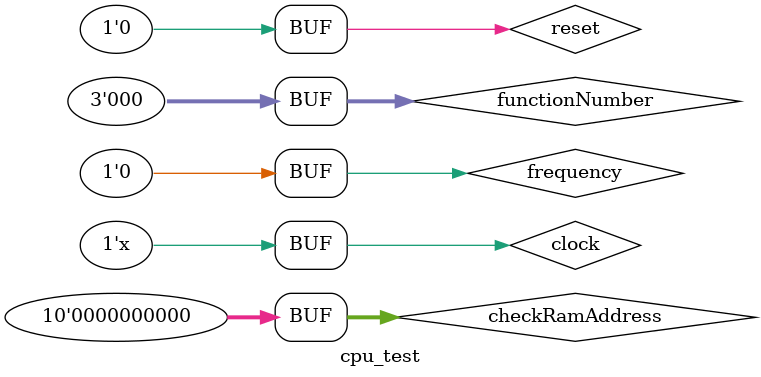
<source format=v>
`timescale 10ns / 1ns


module cpu_test();
    reg clock = 0;
    reg reset = 0;
    reg frequency = 0;
    reg[2: 0] functionNumber = 0;
    reg[9: 0] checkRamAddress = 0;

    wire[7: 0]  anode;
    wire[7: 0]  cathode;
    wire[31: 0] syscallOutput;

    Cpu cpu(.clock(clock), .reset(reset), .frequency(frequency),
        .functionNumber(functionNumber), .checkRamAddress(checkRamAddress),
        .anode(anode), .cathode(cathode), .syscallOutput(syscallOutput));

    always #0.5 clock = ~clock;
    initial begin
        reset = 1;
        #10 reset = 0;
    end
endmodule

</source>
